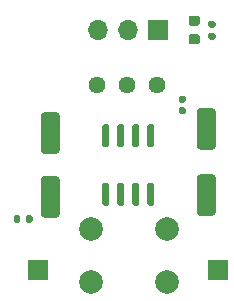
<source format=gbr>
%TF.GenerationSoftware,KiCad,Pcbnew,(5.1.10-1-10_14)*%
%TF.CreationDate,2021-09-09T23:45:50-04:00*%
%TF.ProjectId,breadboard-clock,62726561-6462-46f6-9172-642d636c6f63,rev?*%
%TF.SameCoordinates,Original*%
%TF.FileFunction,Soldermask,Top*%
%TF.FilePolarity,Negative*%
%FSLAX46Y46*%
G04 Gerber Fmt 4.6, Leading zero omitted, Abs format (unit mm)*
G04 Created by KiCad (PCBNEW (5.1.10-1-10_14)) date 2021-09-09 23:45:50*
%MOMM*%
%LPD*%
G01*
G04 APERTURE LIST*
%ADD10C,2.000000*%
%ADD11R,1.700000X1.700000*%
%ADD12O,1.700000X1.700000*%
%ADD13C,1.440000*%
G04 APERTURE END LIST*
D10*
%TO.C,SW1*%
X207622000Y-98044000D03*
X207622000Y-93544000D03*
X214122000Y-98044000D03*
X214122000Y-93544000D03*
%TD*%
D11*
%TO.C,J4*%
X218440000Y-97028000D03*
%TD*%
%TO.C,J3*%
X203200000Y-97028000D03*
%TD*%
D12*
%TO.C,J2*%
X208280000Y-76708000D03*
X210820000Y-76708000D03*
D11*
X213360000Y-76708000D03*
%TD*%
D13*
%TO.C,RV2*%
X208130000Y-81350000D03*
X210670000Y-81350000D03*
X213210000Y-81350000D03*
%TD*%
%TO.C,U1*%
G36*
G01*
X209065000Y-86638000D02*
X208765000Y-86638000D01*
G75*
G02*
X208615000Y-86488000I0J150000D01*
G01*
X208615000Y-84838000D01*
G75*
G02*
X208765000Y-84688000I150000J0D01*
G01*
X209065000Y-84688000D01*
G75*
G02*
X209215000Y-84838000I0J-150000D01*
G01*
X209215000Y-86488000D01*
G75*
G02*
X209065000Y-86638000I-150000J0D01*
G01*
G37*
G36*
G01*
X210335000Y-86638000D02*
X210035000Y-86638000D01*
G75*
G02*
X209885000Y-86488000I0J150000D01*
G01*
X209885000Y-84838000D01*
G75*
G02*
X210035000Y-84688000I150000J0D01*
G01*
X210335000Y-84688000D01*
G75*
G02*
X210485000Y-84838000I0J-150000D01*
G01*
X210485000Y-86488000D01*
G75*
G02*
X210335000Y-86638000I-150000J0D01*
G01*
G37*
G36*
G01*
X211605000Y-86638000D02*
X211305000Y-86638000D01*
G75*
G02*
X211155000Y-86488000I0J150000D01*
G01*
X211155000Y-84838000D01*
G75*
G02*
X211305000Y-84688000I150000J0D01*
G01*
X211605000Y-84688000D01*
G75*
G02*
X211755000Y-84838000I0J-150000D01*
G01*
X211755000Y-86488000D01*
G75*
G02*
X211605000Y-86638000I-150000J0D01*
G01*
G37*
G36*
G01*
X212875000Y-86638000D02*
X212575000Y-86638000D01*
G75*
G02*
X212425000Y-86488000I0J150000D01*
G01*
X212425000Y-84838000D01*
G75*
G02*
X212575000Y-84688000I150000J0D01*
G01*
X212875000Y-84688000D01*
G75*
G02*
X213025000Y-84838000I0J-150000D01*
G01*
X213025000Y-86488000D01*
G75*
G02*
X212875000Y-86638000I-150000J0D01*
G01*
G37*
G36*
G01*
X212875000Y-91588000D02*
X212575000Y-91588000D01*
G75*
G02*
X212425000Y-91438000I0J150000D01*
G01*
X212425000Y-89788000D01*
G75*
G02*
X212575000Y-89638000I150000J0D01*
G01*
X212875000Y-89638000D01*
G75*
G02*
X213025000Y-89788000I0J-150000D01*
G01*
X213025000Y-91438000D01*
G75*
G02*
X212875000Y-91588000I-150000J0D01*
G01*
G37*
G36*
G01*
X211605000Y-91588000D02*
X211305000Y-91588000D01*
G75*
G02*
X211155000Y-91438000I0J150000D01*
G01*
X211155000Y-89788000D01*
G75*
G02*
X211305000Y-89638000I150000J0D01*
G01*
X211605000Y-89638000D01*
G75*
G02*
X211755000Y-89788000I0J-150000D01*
G01*
X211755000Y-91438000D01*
G75*
G02*
X211605000Y-91588000I-150000J0D01*
G01*
G37*
G36*
G01*
X210335000Y-91588000D02*
X210035000Y-91588000D01*
G75*
G02*
X209885000Y-91438000I0J150000D01*
G01*
X209885000Y-89788000D01*
G75*
G02*
X210035000Y-89638000I150000J0D01*
G01*
X210335000Y-89638000D01*
G75*
G02*
X210485000Y-89788000I0J-150000D01*
G01*
X210485000Y-91438000D01*
G75*
G02*
X210335000Y-91588000I-150000J0D01*
G01*
G37*
G36*
G01*
X209065000Y-91588000D02*
X208765000Y-91588000D01*
G75*
G02*
X208615000Y-91438000I0J150000D01*
G01*
X208615000Y-89788000D01*
G75*
G02*
X208765000Y-89638000I150000J0D01*
G01*
X209065000Y-89638000D01*
G75*
G02*
X209215000Y-89788000I0J-150000D01*
G01*
X209215000Y-91438000D01*
G75*
G02*
X209065000Y-91588000I-150000J0D01*
G01*
G37*
%TD*%
%TO.C,R12*%
G36*
G01*
X217715000Y-76980000D02*
X218085000Y-76980000D01*
G75*
G02*
X218220000Y-77115000I0J-135000D01*
G01*
X218220000Y-77385000D01*
G75*
G02*
X218085000Y-77520000I-135000J0D01*
G01*
X217715000Y-77520000D01*
G75*
G02*
X217580000Y-77385000I0J135000D01*
G01*
X217580000Y-77115000D01*
G75*
G02*
X217715000Y-76980000I135000J0D01*
G01*
G37*
G36*
G01*
X217715000Y-75960000D02*
X218085000Y-75960000D01*
G75*
G02*
X218220000Y-76095000I0J-135000D01*
G01*
X218220000Y-76365000D01*
G75*
G02*
X218085000Y-76500000I-135000J0D01*
G01*
X217715000Y-76500000D01*
G75*
G02*
X217580000Y-76365000I0J135000D01*
G01*
X217580000Y-76095000D01*
G75*
G02*
X217715000Y-75960000I135000J0D01*
G01*
G37*
%TD*%
%TO.C,R1*%
G36*
G01*
X202170000Y-92895000D02*
X202170000Y-92525000D01*
G75*
G02*
X202305000Y-92390000I135000J0D01*
G01*
X202575000Y-92390000D01*
G75*
G02*
X202710000Y-92525000I0J-135000D01*
G01*
X202710000Y-92895000D01*
G75*
G02*
X202575000Y-93030000I-135000J0D01*
G01*
X202305000Y-93030000D01*
G75*
G02*
X202170000Y-92895000I0J135000D01*
G01*
G37*
G36*
G01*
X201150000Y-92895000D02*
X201150000Y-92525000D01*
G75*
G02*
X201285000Y-92390000I135000J0D01*
G01*
X201555000Y-92390000D01*
G75*
G02*
X201690000Y-92525000I0J-135000D01*
G01*
X201690000Y-92895000D01*
G75*
G02*
X201555000Y-93030000I-135000J0D01*
G01*
X201285000Y-93030000D01*
G75*
G02*
X201150000Y-92895000I0J135000D01*
G01*
G37*
%TD*%
%TO.C,D12*%
G36*
G01*
X216151750Y-77058000D02*
X216664250Y-77058000D01*
G75*
G02*
X216883000Y-77276750I0J-218750D01*
G01*
X216883000Y-77714250D01*
G75*
G02*
X216664250Y-77933000I-218750J0D01*
G01*
X216151750Y-77933000D01*
G75*
G02*
X215933000Y-77714250I0J218750D01*
G01*
X215933000Y-77276750D01*
G75*
G02*
X216151750Y-77058000I218750J0D01*
G01*
G37*
G36*
G01*
X216151750Y-75483000D02*
X216664250Y-75483000D01*
G75*
G02*
X216883000Y-75701750I0J-218750D01*
G01*
X216883000Y-76139250D01*
G75*
G02*
X216664250Y-76358000I-218750J0D01*
G01*
X216151750Y-76358000D01*
G75*
G02*
X215933000Y-76139250I0J218750D01*
G01*
X215933000Y-75701750D01*
G75*
G02*
X216151750Y-75483000I218750J0D01*
G01*
G37*
%TD*%
%TO.C,C5*%
G36*
G01*
X203666000Y-89088000D02*
X204766000Y-89088000D01*
G75*
G02*
X205016000Y-89338000I0J-250000D01*
G01*
X205016000Y-92338000D01*
G75*
G02*
X204766000Y-92588000I-250000J0D01*
G01*
X203666000Y-92588000D01*
G75*
G02*
X203416000Y-92338000I0J250000D01*
G01*
X203416000Y-89338000D01*
G75*
G02*
X203666000Y-89088000I250000J0D01*
G01*
G37*
G36*
G01*
X203666000Y-83688000D02*
X204766000Y-83688000D01*
G75*
G02*
X205016000Y-83938000I0J-250000D01*
G01*
X205016000Y-86938000D01*
G75*
G02*
X204766000Y-87188000I-250000J0D01*
G01*
X203666000Y-87188000D01*
G75*
G02*
X203416000Y-86938000I0J250000D01*
G01*
X203416000Y-83938000D01*
G75*
G02*
X203666000Y-83688000I250000J0D01*
G01*
G37*
%TD*%
%TO.C,C2*%
G36*
G01*
X217974000Y-86834000D02*
X216874000Y-86834000D01*
G75*
G02*
X216624000Y-86584000I0J250000D01*
G01*
X216624000Y-83584000D01*
G75*
G02*
X216874000Y-83334000I250000J0D01*
G01*
X217974000Y-83334000D01*
G75*
G02*
X218224000Y-83584000I0J-250000D01*
G01*
X218224000Y-86584000D01*
G75*
G02*
X217974000Y-86834000I-250000J0D01*
G01*
G37*
G36*
G01*
X217974000Y-92434000D02*
X216874000Y-92434000D01*
G75*
G02*
X216624000Y-92184000I0J250000D01*
G01*
X216624000Y-89184000D01*
G75*
G02*
X216874000Y-88934000I250000J0D01*
G01*
X217974000Y-88934000D01*
G75*
G02*
X218224000Y-89184000I0J-250000D01*
G01*
X218224000Y-92184000D01*
G75*
G02*
X217974000Y-92434000I-250000J0D01*
G01*
G37*
%TD*%
%TO.C,C1*%
G36*
G01*
X215562000Y-82858000D02*
X215222000Y-82858000D01*
G75*
G02*
X215082000Y-82718000I0J140000D01*
G01*
X215082000Y-82438000D01*
G75*
G02*
X215222000Y-82298000I140000J0D01*
G01*
X215562000Y-82298000D01*
G75*
G02*
X215702000Y-82438000I0J-140000D01*
G01*
X215702000Y-82718000D01*
G75*
G02*
X215562000Y-82858000I-140000J0D01*
G01*
G37*
G36*
G01*
X215562000Y-83818000D02*
X215222000Y-83818000D01*
G75*
G02*
X215082000Y-83678000I0J140000D01*
G01*
X215082000Y-83398000D01*
G75*
G02*
X215222000Y-83258000I140000J0D01*
G01*
X215562000Y-83258000D01*
G75*
G02*
X215702000Y-83398000I0J-140000D01*
G01*
X215702000Y-83678000D01*
G75*
G02*
X215562000Y-83818000I-140000J0D01*
G01*
G37*
%TD*%
M02*

</source>
